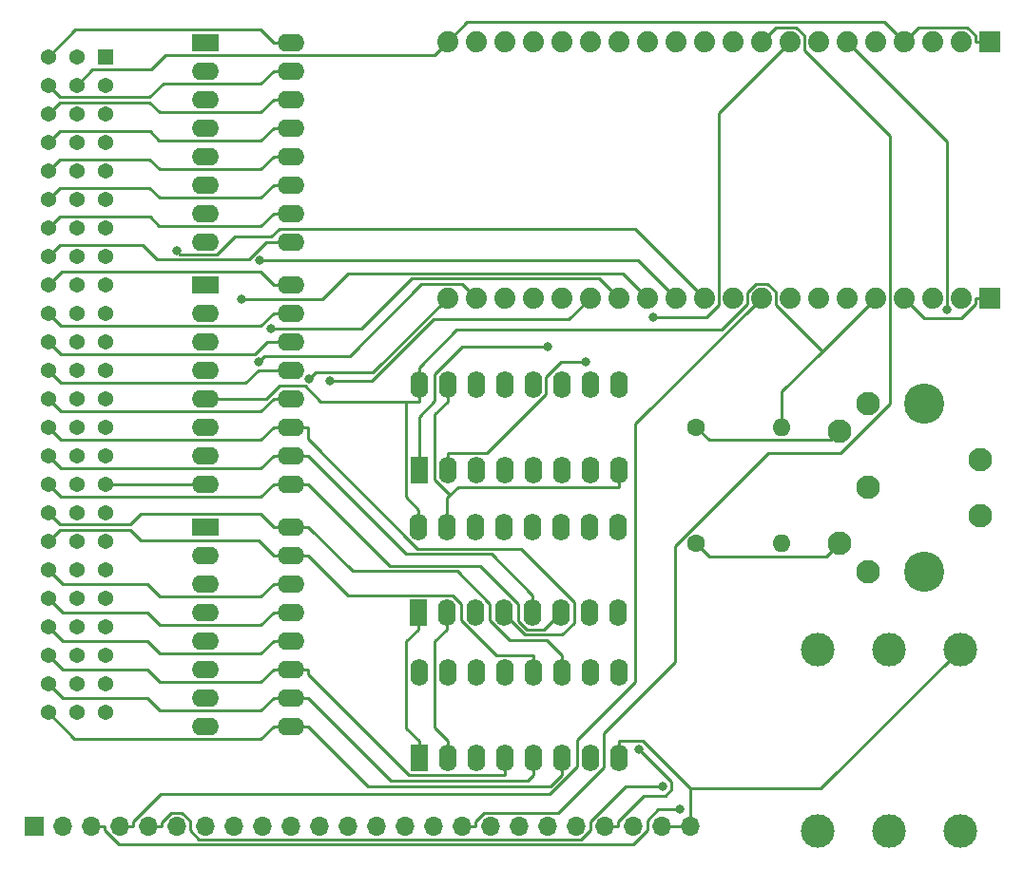
<source format=gbr>
%TF.GenerationSoftware,KiCad,Pcbnew,(6.0.10-0)*%
%TF.CreationDate,2023-11-17T22:41:49+01:00*%
%TF.ProjectId,JazzHands-v0.2,4a617a7a-4861-46e6-9473-2d76302e322e,rev?*%
%TF.SameCoordinates,Original*%
%TF.FileFunction,Copper,L1,Top*%
%TF.FilePolarity,Positive*%
%FSLAX46Y46*%
G04 Gerber Fmt 4.6, Leading zero omitted, Abs format (unit mm)*
G04 Created by KiCad (PCBNEW (6.0.10-0)) date 2023-11-17 22:41:49*
%MOMM*%
%LPD*%
G01*
G04 APERTURE LIST*
%TA.AperFunction,ComponentPad*%
%ADD10R,1.370000X1.370000*%
%TD*%
%TA.AperFunction,ComponentPad*%
%ADD11C,1.370000*%
%TD*%
%TA.AperFunction,ComponentPad*%
%ADD12R,2.400000X1.600000*%
%TD*%
%TA.AperFunction,ComponentPad*%
%ADD13O,2.400000X1.600000*%
%TD*%
%TA.AperFunction,ComponentPad*%
%ADD14C,1.600000*%
%TD*%
%TA.AperFunction,ComponentPad*%
%ADD15O,1.600000X1.600000*%
%TD*%
%TA.AperFunction,ComponentPad*%
%ADD16C,3.000000*%
%TD*%
%TA.AperFunction,ComponentPad*%
%ADD17R,1.600000X2.400000*%
%TD*%
%TA.AperFunction,ComponentPad*%
%ADD18O,1.600000X2.400000*%
%TD*%
%TA.AperFunction,ComponentPad*%
%ADD19C,2.100000*%
%TD*%
%TA.AperFunction,ComponentPad*%
%ADD20C,3.585000*%
%TD*%
%TA.AperFunction,ComponentPad*%
%ADD21R,1.879600X1.879600*%
%TD*%
%TA.AperFunction,ComponentPad*%
%ADD22C,1.879600*%
%TD*%
%TA.AperFunction,ComponentPad*%
%ADD23R,1.700000X1.700000*%
%TD*%
%TA.AperFunction,ComponentPad*%
%ADD24O,1.700000X1.700000*%
%TD*%
%TA.AperFunction,ViaPad*%
%ADD25C,0.800000*%
%TD*%
%TA.AperFunction,Conductor*%
%ADD26C,0.250000*%
%TD*%
G04 APERTURE END LIST*
D10*
%TO.P,J1,01,01*%
%TO.N,Net-(B1-Pad5)*%
X148580000Y-53370000D03*
D11*
%TO.P,J1,02,02*%
%TO.N,Earth*%
X146040000Y-53370000D03*
%TO.P,J1,03,03*%
%TO.N,Net-(J1-Pad03)*%
X143500000Y-53370000D03*
%TO.P,J1,04,04*%
%TO.N,Net-(B1-Pad5)*%
X148580000Y-55910000D03*
%TO.P,J1,05,05*%
%TO.N,Earth*%
X146040000Y-55910000D03*
%TO.P,J1,06,06*%
%TO.N,Net-(J1-Pad06)*%
X143500000Y-55910000D03*
%TO.P,J1,07,07*%
%TO.N,Net-(B1-Pad5)*%
X148580000Y-58450000D03*
%TO.P,J1,08,08*%
%TO.N,Earth*%
X146040000Y-58450000D03*
%TO.P,J1,09,09*%
%TO.N,Net-(J1-Pad09)*%
X143500000Y-58450000D03*
%TO.P,J1,10,10*%
%TO.N,Net-(B1-Pad5)*%
X148580000Y-60990000D03*
%TO.P,J1,11,11*%
%TO.N,Earth*%
X146040000Y-60990000D03*
%TO.P,J1,12,12*%
%TO.N,Net-(J1-Pad12)*%
X143500000Y-60990000D03*
%TO.P,J1,13,13*%
%TO.N,Net-(B1-Pad5)*%
X148580000Y-63530000D03*
%TO.P,J1,14,14*%
%TO.N,Earth*%
X146040000Y-63530000D03*
%TO.P,J1,15,15*%
%TO.N,Net-(J1-Pad15)*%
X143500000Y-63530000D03*
%TO.P,J1,16,16*%
%TO.N,Net-(B1-Pad5)*%
X148580000Y-66070000D03*
%TO.P,J1,17,17*%
%TO.N,Earth*%
X146040000Y-66070000D03*
%TO.P,J1,18,18*%
%TO.N,Net-(J1-Pad18)*%
X143500000Y-66070000D03*
%TO.P,J1,19,19*%
%TO.N,Net-(B1-Pad5)*%
X148580000Y-68610000D03*
%TO.P,J1,20,20*%
%TO.N,Earth*%
X146040000Y-68610000D03*
%TO.P,J1,21,21*%
%TO.N,Net-(J1-Pad21)*%
X143500000Y-68610000D03*
%TO.P,J1,22,22*%
%TO.N,Net-(B1-Pad5)*%
X148580000Y-71150000D03*
%TO.P,J1,23,23*%
%TO.N,Earth*%
X146040000Y-71150000D03*
%TO.P,J1,24,24*%
%TO.N,Net-(J1-Pad24)*%
X143500000Y-71150000D03*
%TO.P,J1,25,25*%
%TO.N,Net-(B1-Pad5)*%
X148580000Y-73690000D03*
%TO.P,J1,26,26*%
%TO.N,Earth*%
X146040000Y-73690000D03*
%TO.P,J1,27,27*%
%TO.N,Net-(J1-Pad27)*%
X143500000Y-73690000D03*
%TO.P,J1,28,28*%
%TO.N,Net-(B1-Pad5)*%
X148580000Y-76230000D03*
%TO.P,J1,29,29*%
%TO.N,Earth*%
X146040000Y-76230000D03*
%TO.P,J1,30,30*%
%TO.N,Net-(J1-Pad30)*%
X143500000Y-76230000D03*
%TO.P,J1,31,31*%
%TO.N,Net-(B1-Pad5)*%
X148580000Y-78770000D03*
%TO.P,J1,32,32*%
%TO.N,Earth*%
X146040000Y-78770000D03*
%TO.P,J1,33,33*%
%TO.N,Net-(J1-Pad33)*%
X143500000Y-78770000D03*
%TO.P,J1,34,34*%
%TO.N,Net-(B1-Pad5)*%
X148580000Y-81310000D03*
%TO.P,J1,35,35*%
%TO.N,Earth*%
X146040000Y-81310000D03*
%TO.P,J1,36,36*%
%TO.N,Net-(J1-Pad36)*%
X143500000Y-81310000D03*
%TO.P,J1,37,37*%
%TO.N,Net-(B1-Pad5)*%
X148580000Y-83850000D03*
%TO.P,J1,38,38*%
%TO.N,Earth*%
X146040000Y-83850000D03*
%TO.P,J1,39,39*%
%TO.N,Net-(J1-Pad39)*%
X143500000Y-83850000D03*
%TO.P,J1,40,40*%
%TO.N,Net-(B1-Pad5)*%
X148580000Y-86390000D03*
%TO.P,J1,41,41*%
%TO.N,Earth*%
X146040000Y-86390000D03*
%TO.P,J1,42,42*%
%TO.N,Net-(J1-Pad42)*%
X143500000Y-86390000D03*
%TO.P,J1,43,43*%
%TO.N,Net-(B1-Pad5)*%
X148580000Y-88930000D03*
%TO.P,J1,44,44*%
%TO.N,Earth*%
X146040000Y-88930000D03*
%TO.P,J1,45,45*%
%TO.N,Net-(J1-Pad45)*%
X143500000Y-88930000D03*
%TO.P,J1,46,46*%
%TO.N,Net-(B1-Pad5)*%
X148580000Y-91470000D03*
%TO.P,J1,47,47*%
%TO.N,Earth*%
X146040000Y-91470000D03*
%TO.P,J1,48,48*%
%TO.N,Net-(J1-Pad48)*%
X143500000Y-91470000D03*
%TO.P,J1,49,49*%
%TO.N,Net-(B1-Pad5)*%
X148580000Y-94010000D03*
%TO.P,J1,50,50*%
%TO.N,Earth*%
X146040000Y-94010000D03*
%TO.P,J1,51,51*%
%TO.N,Net-(J1-Pad51)*%
X143500000Y-94010000D03*
%TO.P,J1,52,52*%
%TO.N,Net-(B1-Pad5)*%
X148580000Y-96550000D03*
%TO.P,J1,53,53*%
%TO.N,Earth*%
X146040000Y-96550000D03*
%TO.P,J1,54,54*%
%TO.N,Net-(J1-Pad54)*%
X143500000Y-96550000D03*
%TO.P,J1,55,55*%
%TO.N,Net-(B1-Pad5)*%
X148580000Y-99090000D03*
%TO.P,J1,56,56*%
%TO.N,Earth*%
X146040000Y-99090000D03*
%TO.P,J1,57,57*%
%TO.N,Net-(J1-Pad57)*%
X143500000Y-99090000D03*
%TO.P,J1,58,58*%
%TO.N,Net-(B1-Pad5)*%
X148580000Y-101630000D03*
%TO.P,J1,59,59*%
%TO.N,Earth*%
X146040000Y-101630000D03*
%TO.P,J1,60,60*%
%TO.N,Net-(J1-Pad60)*%
X143500000Y-101630000D03*
%TO.P,J1,61,61*%
%TO.N,Net-(B1-Pad5)*%
X148580000Y-104170000D03*
%TO.P,J1,62,62*%
%TO.N,Earth*%
X146040000Y-104170000D03*
%TO.P,J1,63,63*%
%TO.N,Net-(J1-Pad63)*%
X143500000Y-104170000D03*
%TO.P,J1,64,64*%
%TO.N,Net-(B1-Pad5)*%
X148580000Y-106710000D03*
%TO.P,J1,65,65*%
%TO.N,Earth*%
X146040000Y-106710000D03*
%TO.P,J1,66,66*%
%TO.N,Net-(J1-Pad66)*%
X143500000Y-106710000D03*
%TO.P,J1,67,67*%
%TO.N,Net-(B1-Pad5)*%
X148580000Y-109250000D03*
%TO.P,J1,68,68*%
%TO.N,Earth*%
X146040000Y-109250000D03*
%TO.P,J1,69,69*%
%TO.N,Net-(J1-Pad69)*%
X143500000Y-109250000D03*
%TO.P,J1,70,70*%
%TO.N,Net-(B1-Pad5)*%
X148580000Y-111790000D03*
%TO.P,J1,71,71*%
%TO.N,Earth*%
X146040000Y-111790000D03*
%TO.P,J1,72,72*%
%TO.N,Net-(J1-Pad72)*%
X143500000Y-111790000D03*
%TD*%
D12*
%TO.P,R1-8,1,Pin_1*%
%TO.N,Net-(B1-Pad5)*%
X157480000Y-52060000D03*
D13*
%TO.P,R1-8,2,Pin_2*%
X157480000Y-54600000D03*
%TO.P,R1-8,3,Pin_3*%
X157480000Y-57140000D03*
%TO.P,R1-8,4,Pin_4*%
X157480000Y-59680000D03*
%TO.P,R1-8,5,Pin_5*%
X157480000Y-62220000D03*
%TO.P,R1-8,6,Pin_6*%
X157480000Y-64760000D03*
%TO.P,R1-8,7,Pin_7*%
X157480000Y-67300000D03*
%TO.P,R1-8,8,Pin_8*%
X157480000Y-69840000D03*
%TO.P,R1-8,9,Pin_9*%
%TO.N,Net-(J1-Pad24)*%
X165100000Y-69840000D03*
%TO.P,R1-8,10,Pin_10*%
%TO.N,Net-(J1-Pad21)*%
X165100000Y-67300000D03*
%TO.P,R1-8,11,Pin_11*%
%TO.N,Net-(J1-Pad18)*%
X165100000Y-64760000D03*
%TO.P,R1-8,12,Pin_12*%
%TO.N,Net-(J1-Pad15)*%
X165100000Y-62220000D03*
%TO.P,R1-8,13,Pin_13*%
%TO.N,Net-(J1-Pad12)*%
X165100000Y-59680000D03*
%TO.P,R1-8,14,Pin_14*%
%TO.N,Net-(J1-Pad09)*%
X165100000Y-57140000D03*
%TO.P,R1-8,15,Pin_15*%
%TO.N,Net-(J1-Pad06)*%
X165100000Y-54600000D03*
%TO.P,R1-8,16,Pin_16*%
%TO.N,Net-(J1-Pad03)*%
X165100000Y-52060000D03*
%TD*%
D14*
%TO.P,R2,1*%
%TO.N,Net-(MIDI1-Pad5)*%
X201220000Y-96760000D03*
D15*
%TO.P,R2,2*%
%TO.N,Net-(B1-Pad34)*%
X208840000Y-96760000D03*
%TD*%
D14*
%TO.P,R1,1*%
%TO.N,Net-(MIDI1-Pad4)*%
X201220000Y-86360000D03*
D15*
%TO.P,R1,2*%
%TO.N,Net-(B1-Pad5)*%
X208840000Y-86360000D03*
%TD*%
D16*
%TO.P,PEDAL1,R*%
%TO.N,Net-(B1-Pad5)*%
X218355000Y-106185000D03*
%TO.P,PEDAL1,RN*%
%TO.N,N/C*%
X218355000Y-122415000D03*
%TO.P,PEDAL1,S*%
%TO.N,Earth*%
X224705000Y-106185000D03*
%TO.P,PEDAL1,SN*%
%TO.N,N/C*%
X224705000Y-122415000D03*
%TO.P,PEDAL1,T*%
%TO.N,Net-(PEDAL1-PadT)*%
X212005000Y-106185000D03*
%TO.P,PEDAL1,TN*%
%TO.N,N/C*%
X212005000Y-122415000D03*
%TD*%
D17*
%TO.P,SHIFT2,1,Pin_1*%
%TO.N,Net-(B1-Pad22)*%
X176480000Y-102860000D03*
D18*
%TO.P,SHIFT2,2,Pin_2*%
%TO.N,Net-(B1-Pad26)*%
X179020000Y-102860000D03*
%TO.P,SHIFT2,3,Pin_3*%
%TO.N,Net-(J1-Pad39)*%
X181560000Y-102860000D03*
%TO.P,SHIFT2,4,Pin_4*%
%TO.N,Net-(J1-Pad42)*%
X184100000Y-102860000D03*
%TO.P,SHIFT2,5,Pin_5*%
%TO.N,Net-(J1-Pad45)*%
X186640000Y-102860000D03*
%TO.P,SHIFT2,6,Pin_6*%
%TO.N,Net-(J1-Pad48)*%
X189180000Y-102860000D03*
%TO.P,SHIFT2,7,Pin_7*%
%TO.N,unconnected-(SHIFT2-Pad7)*%
X191720000Y-102860000D03*
%TO.P,SHIFT2,8,Pin_8*%
%TO.N,Earth*%
X194260000Y-102860000D03*
%TO.P,SHIFT2,9,Pin_9*%
%TO.N,Net-(SHIFT1-Pad10)*%
X194260000Y-95240000D03*
%TO.P,SHIFT2,10,Pin_10*%
%TO.N,Net-(SHIFT2-Pad10)*%
X191720000Y-95240000D03*
%TO.P,SHIFT2,11,Pin_11*%
%TO.N,Net-(J1-Pad27)*%
X189180000Y-95240000D03*
%TO.P,SHIFT2,12,Pin_12*%
%TO.N,Net-(J1-Pad30)*%
X186640000Y-95240000D03*
%TO.P,SHIFT2,13,Pin_13*%
%TO.N,Net-(J1-Pad33)*%
X184100000Y-95240000D03*
%TO.P,SHIFT2,14,Pin_14*%
%TO.N,Net-(J1-Pad36)*%
X181560000Y-95240000D03*
%TO.P,SHIFT2,15,Pin_15*%
%TO.N,Earth*%
X179020000Y-95240000D03*
%TO.P,SHIFT2,16,Pin_16*%
%TO.N,Net-(B1-Pad5)*%
X176480000Y-95240000D03*
%TD*%
D19*
%TO.P,MIDI1,1,1*%
%TO.N,unconnected-(MIDI1-Pad1)*%
X216500000Y-84237500D03*
%TO.P,MIDI1,2,2*%
%TO.N,unconnected-(MIDI1-Pad2)*%
X216500000Y-91742500D03*
%TO.P,MIDI1,3,3*%
%TO.N,unconnected-(MIDI1-Pad3)*%
X216500000Y-99247500D03*
%TO.P,MIDI1,4,4*%
%TO.N,Net-(MIDI1-Pad4)*%
X214010000Y-86737500D03*
%TO.P,MIDI1,5,5*%
%TO.N,Net-(MIDI1-Pad5)*%
X214010000Y-96747500D03*
%TO.P,MIDI1,6,GND_1*%
%TO.N,Earth*%
X226510000Y-89242500D03*
%TO.P,MIDI1,7,GND_2*%
X226510000Y-94242500D03*
D20*
%TO.P,MIDI1,MH1,MH1*%
%TO.N,unconnected-(MIDI1-PadMH1)*%
X221510000Y-84237500D03*
%TO.P,MIDI1,MH2,MH2*%
%TO.N,unconnected-(MIDI1-PadMH2)*%
X221510000Y-99247500D03*
%TD*%
D17*
%TO.P,SHIFT3,1,Pin_1*%
%TO.N,Net-(B1-Pad22)*%
X176520000Y-90160000D03*
D18*
%TO.P,SHIFT3,2,Pin_2*%
%TO.N,Net-(B1-Pad26)*%
X179060000Y-90160000D03*
%TO.P,SHIFT3,3,Pin_3*%
%TO.N,Net-(J1-Pad15)*%
X181600000Y-90160000D03*
%TO.P,SHIFT3,4,Pin_4*%
%TO.N,Net-(J1-Pad18)*%
X184140000Y-90160000D03*
%TO.P,SHIFT3,5,Pin_5*%
%TO.N,Net-(J1-Pad21)*%
X186680000Y-90160000D03*
%TO.P,SHIFT3,6,Pin_6*%
%TO.N,Net-(J1-Pad24)*%
X189220000Y-90160000D03*
%TO.P,SHIFT3,7,Pin_7*%
%TO.N,unconnected-(SHIFT3-Pad7)*%
X191760000Y-90160000D03*
%TO.P,SHIFT3,8,Pin_8*%
%TO.N,Earth*%
X194300000Y-90160000D03*
%TO.P,SHIFT3,9,Pin_9*%
%TO.N,Net-(SHIFT2-Pad10)*%
X194300000Y-82540000D03*
%TO.P,SHIFT3,10,Pin_10*%
%TO.N,unconnected-(SHIFT3-Pad10)*%
X191760000Y-82540000D03*
%TO.P,SHIFT3,11,Pin_11*%
%TO.N,Net-(J1-Pad03)*%
X189220000Y-82540000D03*
%TO.P,SHIFT3,12,Pin_12*%
%TO.N,Net-(J1-Pad06)*%
X186680000Y-82540000D03*
%TO.P,SHIFT3,13,Pin_13*%
%TO.N,Net-(J1-Pad09)*%
X184140000Y-82540000D03*
%TO.P,SHIFT3,14,Pin_14*%
%TO.N,Net-(J1-Pad12)*%
X181600000Y-82540000D03*
%TO.P,SHIFT3,15,Pin_15*%
%TO.N,Earth*%
X179060000Y-82540000D03*
%TO.P,SHIFT3,16,Pin_16*%
%TO.N,Net-(B1-Pad5)*%
X176520000Y-82540000D03*
%TD*%
D12*
%TO.P,R17-24,1,Pin_1*%
%TO.N,Net-(B1-Pad5)*%
X157480000Y-95240000D03*
D13*
%TO.P,R17-24,2,Pin_2*%
X157480000Y-97780000D03*
%TO.P,R17-24,3,Pin_3*%
X157480000Y-100320000D03*
%TO.P,R17-24,4,Pin_4*%
X157480000Y-102860000D03*
%TO.P,R17-24,5,Pin_5*%
X157480000Y-105400000D03*
%TO.P,R17-24,6,Pin_6*%
X157480000Y-107940000D03*
%TO.P,R17-24,7,Pin_7*%
X157480000Y-110480000D03*
%TO.P,R17-24,8,Pin_8*%
X157480000Y-113020000D03*
%TO.P,R17-24,9,Pin_9*%
%TO.N,Net-(J1-Pad72)*%
X165100000Y-113020000D03*
%TO.P,R17-24,10,Pin_10*%
%TO.N,Net-(J1-Pad69)*%
X165100000Y-110480000D03*
%TO.P,R17-24,11,Pin_11*%
%TO.N,Net-(J1-Pad66)*%
X165100000Y-107940000D03*
%TO.P,R17-24,12,Pin_12*%
%TO.N,Net-(J1-Pad63)*%
X165100000Y-105400000D03*
%TO.P,R17-24,13,Pin_13*%
%TO.N,Net-(J1-Pad60)*%
X165100000Y-102860000D03*
%TO.P,R17-24,14,Pin_14*%
%TO.N,Net-(J1-Pad57)*%
X165100000Y-100320000D03*
%TO.P,R17-24,15,Pin_15*%
%TO.N,Net-(J1-Pad54)*%
X165100000Y-97780000D03*
%TO.P,R17-24,16,Pin_16*%
%TO.N,Net-(J1-Pad51)*%
X165100000Y-95240000D03*
%TD*%
D17*
%TO.P,SHIFT1,1,Pin_1*%
%TO.N,Net-(B1-Pad22)*%
X176520000Y-115840000D03*
D18*
%TO.P,SHIFT1,2,Pin_2*%
%TO.N,Net-(B1-Pad26)*%
X179060000Y-115840000D03*
%TO.P,SHIFT1,3,Pin_3*%
%TO.N,Net-(J1-Pad63)*%
X181600000Y-115840000D03*
%TO.P,SHIFT1,4,Pin_4*%
%TO.N,Net-(J1-Pad66)*%
X184140000Y-115840000D03*
%TO.P,SHIFT1,5,Pin_5*%
%TO.N,Net-(J1-Pad69)*%
X186680000Y-115840000D03*
%TO.P,SHIFT1,6,Pin_6*%
%TO.N,Net-(J1-Pad72)*%
X189220000Y-115840000D03*
%TO.P,SHIFT1,7,Pin_7*%
%TO.N,unconnected-(SHIFT1-Pad7)*%
X191760000Y-115840000D03*
%TO.P,SHIFT1,8,Pin_8*%
%TO.N,Earth*%
X194300000Y-115840000D03*
%TO.P,SHIFT1,9,Pin_9*%
%TO.N,Net-(B1-Pad25)*%
X194300000Y-108220000D03*
%TO.P,SHIFT1,10,Pin_10*%
%TO.N,Net-(SHIFT1-Pad10)*%
X191760000Y-108220000D03*
%TO.P,SHIFT1,11,Pin_11*%
%TO.N,Net-(J1-Pad51)*%
X189220000Y-108220000D03*
%TO.P,SHIFT1,12,Pin_12*%
%TO.N,Net-(J1-Pad54)*%
X186680000Y-108220000D03*
%TO.P,SHIFT1,13,Pin_13*%
%TO.N,Net-(J1-Pad57)*%
X184140000Y-108220000D03*
%TO.P,SHIFT1,14,Pin_14*%
%TO.N,Net-(J1-Pad60)*%
X181600000Y-108220000D03*
%TO.P,SHIFT1,15,Pin_15*%
%TO.N,Earth*%
X179060000Y-108220000D03*
%TO.P,SHIFT1,16,Pin_16*%
%TO.N,Net-(B1-Pad5)*%
X176520000Y-108220000D03*
%TD*%
D21*
%TO.P,B1,1,GND*%
%TO.N,Earth*%
X227330000Y-74855800D03*
D22*
%TO.P,B1,2,VUSB*%
%TO.N,unconnected-(B1-Pad2)*%
X224790000Y-74855800D03*
%TO.P,B1,3,VBAT*%
%TO.N,unconnected-(B1-Pad3)*%
X222250000Y-74855800D03*
%TO.P,B1,4,GND*%
%TO.N,Earth*%
X219710000Y-74855800D03*
%TO.P,B1,5,3V3*%
%TO.N,Net-(B1-Pad5)*%
X217170000Y-74855800D03*
%TO.P,B1,6,~{RST}*%
%TO.N,unconnected-(B1-Pad6)*%
X214630000Y-74855800D03*
%TO.P,B1,7,13*%
%TO.N,Net-(PEDAL1-PadT)*%
X212090000Y-74855800D03*
%TO.P,B1,8,12*%
%TO.N,Net-(B1-Pad8)*%
X209550000Y-74855800D03*
%TO.P,B1,9,14*%
%TO.N,Net-(B1-Pad9)*%
X207010000Y-74855800D03*
%TO.P,B1,10,27*%
%TO.N,Net-(B1-Pad10)*%
X204470000Y-74855800D03*
%TO.P,B1,11,26*%
%TO.N,Net-(B1-Pad11)*%
X201930000Y-74855800D03*
%TO.P,B1,12,25*%
%TO.N,Net-(B1-Pad12)*%
X199390000Y-74855800D03*
%TO.P,B1,13,35*%
%TO.N,Net-(B1-Pad13)*%
X196850000Y-74855800D03*
%TO.P,B1,14,34*%
%TO.N,Net-(B1-Pad14)*%
X194310000Y-74855800D03*
%TO.P,B1,15,33*%
%TO.N,Net-(B1-Pad15)*%
X191770000Y-74855800D03*
%TO.P,B1,16,32*%
%TO.N,Net-(B1-Pad16)*%
X189230000Y-74855800D03*
%TO.P,B1,17,39*%
%TO.N,Net-(B1-Pad17)*%
X186690000Y-74855800D03*
%TO.P,B1,18,38*%
%TO.N,unconnected-(B1-Pad18)*%
X184150000Y-74855800D03*
%TO.P,B1,19,37*%
%TO.N,Net-(B1-Pad19)*%
X181610000Y-74855800D03*
%TO.P,B1,20,36*%
%TO.N,Net-(B1-Pad20)*%
X179070000Y-74855800D03*
%TO.P,B1,21,GND*%
%TO.N,Earth*%
X179070000Y-51995800D03*
%TO.P,B1,22,21*%
%TO.N,Net-(B1-Pad22)*%
X181610000Y-51995800D03*
%TO.P,B1,23,TX*%
%TO.N,unconnected-(B1-Pad23)*%
X184150000Y-51995800D03*
%TO.P,B1,24,RX*%
%TO.N,unconnected-(B1-Pad24)*%
X186690000Y-51995800D03*
%TO.P,B1,25,22*%
%TO.N,Net-(B1-Pad25)*%
X189230000Y-51995800D03*
%TO.P,B1,26,19*%
%TO.N,Net-(B1-Pad26)*%
X191770000Y-51995800D03*
%TO.P,B1,27,23*%
%TO.N,Net-(B1-Pad27)*%
X194310000Y-51995800D03*
%TO.P,B1,28,18*%
%TO.N,Net-(B1-Pad28)*%
X196850000Y-51995800D03*
%TO.P,B1,29,5*%
%TO.N,Net-(B1-Pad29)*%
X199390000Y-51995800D03*
%TO.P,B1,30,15*%
%TO.N,Net-(B1-Pad30)*%
X201930000Y-51995800D03*
%TO.P,B1,31,2*%
%TO.N,Net-(B1-Pad31)*%
X204470000Y-51995800D03*
%TO.P,B1,32,0*%
%TO.N,Net-(B1-Pad32)*%
X207010000Y-51995800D03*
%TO.P,B1,33,4*%
%TO.N,Net-(B1-Pad33)*%
X209550000Y-51995800D03*
%TO.P,B1,34,17*%
%TO.N,Net-(B1-Pad34)*%
X212090000Y-51995800D03*
%TO.P,B1,35,16*%
%TO.N,Net-(B1-Pad35)*%
X214630000Y-51995800D03*
%TO.P,B1,36,3V3*%
%TO.N,Net-(B1-Pad36)*%
X217170000Y-51995800D03*
%TO.P,B1,37,GND*%
%TO.N,Earth*%
X219710000Y-51995800D03*
%TO.P,B1,38,VBAT*%
%TO.N,unconnected-(B1-Pad38)*%
X222250000Y-51995800D03*
%TO.P,B1,39,VUSB*%
%TO.N,unconnected-(B1-Pad39)*%
X224790000Y-51995800D03*
D21*
%TO.P,B1,40,GND*%
%TO.N,Earth*%
X227330000Y-51995800D03*
%TD*%
D23*
%TO.P,BREAKOUT1,1,Pin_1*%
%TO.N,Net-(B1-Pad5)*%
X142240000Y-121920000D03*
D24*
%TO.P,BREAKOUT1,2,Pin_2*%
%TO.N,Net-(B1-Pad17)*%
X144780000Y-121920000D03*
%TO.P,BREAKOUT1,3,Pin_3*%
%TO.N,Net-(B1-Pad8)*%
X147320000Y-121920000D03*
%TO.P,BREAKOUT1,4,Pin_4*%
%TO.N,Net-(B1-Pad9)*%
X149860000Y-121920000D03*
%TO.P,BREAKOUT1,5,Pin_5*%
%TO.N,Net-(B1-Pad10)*%
X152400000Y-121920000D03*
%TO.P,BREAKOUT1,6,Pin_6*%
%TO.N,Net-(B1-Pad11)*%
X154940000Y-121920000D03*
%TO.P,BREAKOUT1,7,Pin_7*%
%TO.N,Net-(B1-Pad12)*%
X157480000Y-121920000D03*
%TO.P,BREAKOUT1,8,Pin_8*%
%TO.N,Net-(B1-Pad13)*%
X160020000Y-121920000D03*
%TO.P,BREAKOUT1,9,Pin_9*%
%TO.N,Net-(B1-Pad14)*%
X162560000Y-121920000D03*
%TO.P,BREAKOUT1,10,Pin_10*%
%TO.N,Net-(B1-Pad15)*%
X165100000Y-121920000D03*
%TO.P,BREAKOUT1,11,Pin_11*%
%TO.N,Net-(B1-Pad16)*%
X167640000Y-121920000D03*
%TO.P,BREAKOUT1,12,Pin_12*%
%TO.N,Net-(B1-Pad19)*%
X170180000Y-121920000D03*
%TO.P,BREAKOUT1,13,Pin_13*%
%TO.N,Net-(B1-Pad20)*%
X172720000Y-121920000D03*
%TO.P,BREAKOUT1,14,Pin_14*%
%TO.N,Net-(B1-Pad35)*%
X175260000Y-121920000D03*
%TO.P,BREAKOUT1,15,Pin_15*%
%TO.N,Net-(B1-Pad33)*%
X177800000Y-121920000D03*
%TO.P,BREAKOUT1,16,Pin_16*%
%TO.N,Net-(B1-Pad32)*%
X180340000Y-121920000D03*
%TO.P,BREAKOUT1,17,Pin_17*%
%TO.N,Net-(B1-Pad31)*%
X182880000Y-121920000D03*
%TO.P,BREAKOUT1,18,Pin_18*%
%TO.N,Net-(B1-Pad30)*%
X185420000Y-121920000D03*
%TO.P,BREAKOUT1,19,Pin_19*%
%TO.N,Net-(B1-Pad29)*%
X187960000Y-121920000D03*
%TO.P,BREAKOUT1,20,Pin_20*%
%TO.N,Net-(B1-Pad28)*%
X190500000Y-121920000D03*
%TO.P,BREAKOUT1,21,Pin_21*%
%TO.N,Net-(B1-Pad27)*%
X193040000Y-121920000D03*
%TO.P,BREAKOUT1,22,Pin_22*%
%TO.N,Net-(B1-Pad36)*%
X195580000Y-121920000D03*
%TO.P,BREAKOUT1,23,Pin_23*%
%TO.N,Earth*%
X198120000Y-121920000D03*
%TO.P,BREAKOUT1,24,Pin_24*%
X200660000Y-121920000D03*
%TD*%
D12*
%TO.P,R9-16,1,Pin_1*%
%TO.N,Net-(B1-Pad5)*%
X157480000Y-73660000D03*
D13*
%TO.P,R9-16,2,Pin_2*%
X157480000Y-76200000D03*
%TO.P,R9-16,3,Pin_3*%
X157480000Y-78740000D03*
%TO.P,R9-16,4,Pin_4*%
X157480000Y-81280000D03*
%TO.P,R9-16,5,Pin_5*%
X157480000Y-83820000D03*
%TO.P,R9-16,6,Pin_6*%
X157480000Y-86360000D03*
%TO.P,R9-16,7,Pin_7*%
X157480000Y-88900000D03*
%TO.P,R9-16,8,Pin_8*%
X157480000Y-91440000D03*
%TO.P,R9-16,9,Pin_9*%
%TO.N,Net-(J1-Pad48)*%
X165100000Y-91440000D03*
%TO.P,R9-16,10,Pin_10*%
%TO.N,Net-(J1-Pad45)*%
X165100000Y-88900000D03*
%TO.P,R9-16,11,Pin_11*%
%TO.N,Net-(J1-Pad42)*%
X165100000Y-86360000D03*
%TO.P,R9-16,12,Pin_12*%
%TO.N,Net-(J1-Pad39)*%
X165100000Y-83820000D03*
%TO.P,R9-16,13,Pin_13*%
%TO.N,Net-(J1-Pad36)*%
X165100000Y-81280000D03*
%TO.P,R9-16,14,Pin_14*%
%TO.N,Net-(J1-Pad33)*%
X165100000Y-78740000D03*
%TO.P,R9-16,15,Pin_15*%
%TO.N,Net-(J1-Pad30)*%
X165100000Y-76200000D03*
%TO.P,R9-16,16,Pin_16*%
%TO.N,Net-(J1-Pad27)*%
X165100000Y-73660000D03*
%TD*%
D25*
%TO.N,Net-(B1-Pad8)*%
X199755800Y-120443900D03*
%TO.N,Net-(B1-Pad10)*%
X198242100Y-118356800D03*
%TO.N,Net-(B1-Pad11)*%
X154940000Y-70669500D03*
%TO.N,Net-(B1-Pad12)*%
X162349900Y-71471800D03*
%TO.N,Net-(B1-Pad13)*%
X160693100Y-74930000D03*
%TO.N,Net-(B1-Pad14)*%
X163362500Y-77564900D03*
%TO.N,Net-(B1-Pad15)*%
X168632000Y-82222800D03*
%TO.N,Net-(B1-Pad19)*%
X162264500Y-80528700D03*
%TO.N,Net-(B1-Pad20)*%
X166759300Y-82043600D03*
%TO.N,Net-(B1-Pad27)*%
X196105700Y-115062800D03*
%TO.N,Net-(B1-Pad33)*%
X197359700Y-76558000D03*
%TO.N,Net-(B1-Pad22)*%
X187959900Y-79226300D03*
%TO.N,Net-(B1-Pad35)*%
X223520100Y-75892300D03*
%TO.N,Net-(B1-Pad26)*%
X191353000Y-80538000D03*
%TD*%
D26*
%TO.N,Earth*%
X153976600Y-53185200D02*
X152681100Y-54480700D01*
X177903100Y-85222000D02*
X179060000Y-84065100D01*
X227330000Y-51995800D02*
X226065100Y-51995800D01*
X225353700Y-50730900D02*
X226065100Y-51442300D01*
X221471600Y-76617400D02*
X224857000Y-76617400D01*
X200701000Y-118563500D02*
X212326500Y-118563500D01*
X179060000Y-82540000D02*
X179060000Y-84065100D01*
X219710000Y-51995800D02*
X220974900Y-50730900D01*
X179020000Y-92680000D02*
X179020000Y-93714900D01*
X177880600Y-53185200D02*
X153976600Y-53185200D01*
X194300000Y-91685100D02*
X180014900Y-91685100D01*
X200701000Y-120703900D02*
X200701000Y-118563500D01*
X179020000Y-95240000D02*
X179020000Y-93714900D01*
X179268700Y-92431300D02*
X177903100Y-91065700D01*
X177903100Y-91065700D02*
X177903100Y-85222000D01*
X180014900Y-91685100D02*
X179268700Y-92431300D01*
X224857000Y-76617400D02*
X226065100Y-75409300D01*
X194300000Y-90160000D02*
X194300000Y-91685100D01*
X226065100Y-51442300D02*
X226065100Y-51995800D01*
X196452400Y-114314900D02*
X194300000Y-114314900D01*
X180802100Y-50263700D02*
X179070000Y-51995800D01*
X226065100Y-75409300D02*
X226065100Y-74855800D01*
X179268700Y-92431300D02*
X179020000Y-92680000D01*
X152681100Y-54480700D02*
X147469300Y-54480700D01*
X200660000Y-120744900D02*
X200701000Y-120703900D01*
X219710000Y-51995800D02*
X217977900Y-50263700D01*
X200701000Y-118563500D02*
X196452400Y-114314900D01*
X147469300Y-54480700D02*
X146040000Y-55910000D01*
X200660000Y-121920000D02*
X200660000Y-120744900D01*
X227330000Y-74855800D02*
X226065100Y-74855800D01*
X194300000Y-115840000D02*
X194300000Y-114314900D01*
X217977900Y-50263700D02*
X180802100Y-50263700D01*
X212326500Y-118563500D02*
X224705000Y-106185000D01*
X179070000Y-51995800D02*
X177880600Y-53185200D01*
X200660000Y-121920000D02*
X198120000Y-121920000D01*
X219710000Y-74855800D02*
X221471600Y-76617400D01*
X220974900Y-50730900D02*
X225353700Y-50730900D01*
%TO.N,Net-(B1-Pad5)*%
X203455500Y-77701500D02*
X179833400Y-77701500D01*
X208280000Y-75433900D02*
X208280000Y-74297300D01*
X205740000Y-75417000D02*
X203455500Y-77701500D01*
X176520000Y-82635700D02*
X176520000Y-82540000D01*
X164075000Y-82683200D02*
X166373500Y-82683200D01*
X208280000Y-74297300D02*
X207564100Y-73581400D01*
X167755400Y-84065100D02*
X175370500Y-84065100D01*
X166373500Y-82683200D02*
X167755400Y-84065100D01*
X208840000Y-86360000D02*
X208840000Y-85234900D01*
X175370500Y-92605400D02*
X176480000Y-93714900D01*
X162938200Y-83820000D02*
X164075000Y-82683200D01*
X175370500Y-84065100D02*
X175370500Y-92605400D01*
X207564100Y-73581400D02*
X206493900Y-73581400D01*
X205740000Y-74335300D02*
X205740000Y-75417000D01*
X212436000Y-79589800D02*
X217170000Y-74855800D01*
X208840000Y-83185800D02*
X212436000Y-79589800D01*
X176480000Y-95240000D02*
X176480000Y-93714900D01*
X176520000Y-82635700D02*
X176520000Y-84065100D01*
X176520000Y-84065100D02*
X175370500Y-84065100D01*
X157480000Y-83820000D02*
X162938200Y-83820000D01*
X157480000Y-91440000D02*
X148610000Y-91440000D01*
X212436000Y-79589800D02*
X208280000Y-75433900D01*
X208840000Y-85234900D02*
X208840000Y-83185800D01*
X179833400Y-77701500D02*
X176520000Y-81014900D01*
X206493900Y-73581400D02*
X205740000Y-74335300D01*
X176520000Y-82540000D02*
X176520000Y-81014900D01*
X148610000Y-91440000D02*
X148580000Y-91470000D01*
%TO.N,Net-(J1-Pad03)*%
X163574900Y-52060000D02*
X162449700Y-50934800D01*
X145935200Y-50934800D02*
X143500000Y-53370000D01*
X162449700Y-50934800D02*
X145935200Y-50934800D01*
X165100000Y-52060000D02*
X163574900Y-52060000D01*
%TO.N,Net-(B1-Pad8)*%
X148495100Y-122287200D02*
X149777800Y-123569900D01*
X196850000Y-122314100D02*
X196850000Y-121442800D01*
X195594200Y-123569900D02*
X196850000Y-122314100D01*
X197848900Y-120443900D02*
X199755800Y-120443900D01*
X196850000Y-121442800D02*
X197848900Y-120443900D01*
X147320000Y-121920000D02*
X148495100Y-121920000D01*
X149777800Y-123569900D02*
X195594200Y-123569900D01*
X148495100Y-121920000D02*
X148495100Y-122287200D01*
%TO.N,Net-(B1-Pad9)*%
X190634800Y-114230100D02*
X190634800Y-116587000D01*
X195792700Y-86073100D02*
X195792700Y-109072200D01*
X207010000Y-74855800D02*
X195792700Y-86073100D01*
X151035100Y-121554400D02*
X151035100Y-121920000D01*
X195792700Y-109072200D02*
X190634800Y-114230100D01*
X190634800Y-116587000D02*
X188156100Y-119065700D01*
X188156100Y-119065700D02*
X153523800Y-119065700D01*
X153523800Y-119065700D02*
X151035100Y-121554400D01*
X149860000Y-121920000D02*
X151035100Y-121920000D01*
%TO.N,Net-(B1-Pad10)*%
X191770000Y-121526700D02*
X191770000Y-122319300D01*
X156115100Y-122322100D02*
X156115100Y-121433300D01*
X152400000Y-121920000D02*
X153575100Y-121920000D01*
X156115100Y-121433300D02*
X155426700Y-120744900D01*
X153575200Y-121623000D02*
X153575200Y-121920000D01*
X190973100Y-123116200D02*
X156909200Y-123116200D01*
X194939900Y-118356800D02*
X191770000Y-121526700D01*
X154453300Y-120744900D02*
X153575200Y-121623000D01*
X153575200Y-121920000D02*
X153575100Y-121920000D01*
X191770000Y-122319300D02*
X190973100Y-123116200D01*
X156909200Y-123116200D02*
X156115100Y-122322100D01*
X198242100Y-118356800D02*
X194939900Y-118356800D01*
X155426700Y-120744900D02*
X154453300Y-120744900D01*
%TO.N,Net-(B1-Pad11)*%
X155247100Y-70976600D02*
X154940000Y-70669500D01*
X158555000Y-70976600D02*
X155247100Y-70976600D01*
X201930000Y-74855800D02*
X195746700Y-68672500D01*
X163350200Y-69389800D02*
X160141800Y-69389800D01*
X195746700Y-68672500D02*
X164067500Y-68672500D01*
X164067500Y-68672500D02*
X163350200Y-69389800D01*
X160141800Y-69389800D02*
X158555000Y-70976600D01*
%TO.N,Net-(B1-Pad12)*%
X196006000Y-71471800D02*
X199390000Y-74855800D01*
X162349900Y-71471800D02*
X196006000Y-71471800D01*
%TO.N,Net-(B1-Pad13)*%
X167921500Y-74930000D02*
X160693100Y-74930000D01*
X196850000Y-74855800D02*
X194645600Y-72651400D01*
X194645600Y-72651400D02*
X170200100Y-72651400D01*
X170200100Y-72651400D02*
X167921500Y-74930000D01*
%TO.N,Net-(B1-Pad14)*%
X192558100Y-73103900D02*
X175875100Y-73103900D01*
X175875100Y-73103900D02*
X171414100Y-77564900D01*
X194310000Y-74855800D02*
X192558100Y-73103900D01*
X171414100Y-77564900D02*
X163362500Y-77564900D01*
%TO.N,Net-(B1-Pad15)*%
X191770000Y-74855800D02*
X189855500Y-76770300D01*
X172339700Y-82222800D02*
X168632000Y-82222800D01*
X189855500Y-76770300D02*
X177792200Y-76770300D01*
X177792200Y-76770300D02*
X172339700Y-82222800D01*
%TO.N,Net-(J1-Pad06)*%
X163574900Y-54600000D02*
X162449700Y-55725200D01*
X162449700Y-55725200D02*
X153746700Y-55725200D01*
X165100000Y-54600000D02*
X163574900Y-54600000D01*
X144531900Y-56941900D02*
X143500000Y-55910000D01*
X153746700Y-55725200D02*
X152530000Y-56941900D01*
X152530000Y-56941900D02*
X144531900Y-56941900D01*
%TO.N,Net-(B1-Pad19)*%
X180345000Y-73590800D02*
X181610000Y-74855800D01*
X170336500Y-80010000D02*
X176755700Y-73590800D01*
X162264500Y-80528700D02*
X162783200Y-80010000D01*
X162783200Y-80010000D02*
X170336500Y-80010000D01*
X176755700Y-73590800D02*
X180345000Y-73590800D01*
%TO.N,Net-(B1-Pad20)*%
X167317300Y-81485600D02*
X172440200Y-81485600D01*
X172440200Y-81485600D02*
X179070000Y-74855800D01*
X166759300Y-82043600D02*
X167317300Y-81485600D01*
%TO.N,Net-(J1-Pad09)*%
X153440000Y-58318100D02*
X152514000Y-57392100D01*
X163574900Y-57140000D02*
X162396800Y-58318100D01*
X152514000Y-57392100D02*
X144557900Y-57392100D01*
X165100000Y-57140000D02*
X163574900Y-57140000D01*
X144557900Y-57392100D02*
X143500000Y-58450000D01*
X162396800Y-58318100D02*
X153440000Y-58318100D01*
%TO.N,Net-(J1-Pad12)*%
X165100000Y-59680000D02*
X163574900Y-59680000D01*
X152560500Y-59978600D02*
X144511400Y-59978600D01*
X144511400Y-59978600D02*
X143500000Y-60990000D01*
X162449700Y-60805200D02*
X153387100Y-60805200D01*
X153387100Y-60805200D02*
X152560500Y-59978600D01*
X163574900Y-59680000D02*
X162449700Y-60805200D01*
%TO.N,Net-(B1-Pad27)*%
X193040000Y-121920000D02*
X194215100Y-121920000D01*
X194215100Y-121552800D02*
X196559400Y-119208500D01*
X194215100Y-121920000D02*
X194215100Y-121552800D01*
X198992500Y-117949600D02*
X196105700Y-115062800D01*
X198447600Y-119208500D02*
X198992500Y-118663600D01*
X198992500Y-118663600D02*
X198992500Y-117949600D01*
X196559400Y-119208500D02*
X198447600Y-119208500D01*
%TO.N,Net-(B1-Pad32)*%
X199318900Y-96972000D02*
X207608100Y-88682800D01*
X199318900Y-107307700D02*
X199318900Y-96972000D01*
X210074000Y-50713900D02*
X208291900Y-50713900D01*
X207608100Y-88682800D02*
X214069900Y-88682800D01*
X218440000Y-60425400D02*
X210820000Y-52805400D01*
X210820000Y-52805400D02*
X210820000Y-51459900D01*
X188913800Y-120744900D02*
X192944700Y-116714000D01*
X208291900Y-50713900D02*
X207010000Y-51995800D01*
X214069900Y-88682800D02*
X218440000Y-84312700D01*
X192944700Y-113681900D02*
X199318900Y-107307700D01*
X180340000Y-121920000D02*
X181515100Y-121920000D01*
X210820000Y-51459900D02*
X210074000Y-50713900D01*
X182322900Y-120744900D02*
X188913800Y-120744900D01*
X181515100Y-121920000D02*
X181515100Y-121552700D01*
X192944700Y-116714000D02*
X192944700Y-113681900D01*
X181515100Y-121552700D02*
X182322900Y-120744900D01*
X218440000Y-84312700D02*
X218440000Y-60425400D01*
%TO.N,Net-(B1-Pad33)*%
X203200000Y-75445400D02*
X202087400Y-76558000D01*
X209550000Y-51995800D02*
X203200000Y-58345800D01*
X202087400Y-76558000D02*
X197359700Y-76558000D01*
X203200000Y-58345800D02*
X203200000Y-75445400D01*
%TO.N,Net-(B1-Pad22)*%
X176520000Y-85448200D02*
X177934800Y-84033400D01*
X176480000Y-104385100D02*
X175394900Y-105470200D01*
X176520000Y-115840000D02*
X176520000Y-114314900D01*
X175394900Y-105470200D02*
X175394900Y-113189800D01*
X176480000Y-102860000D02*
X176480000Y-104385100D01*
X176520000Y-90160000D02*
X176520000Y-85448200D01*
X175394900Y-113189800D02*
X176520000Y-114314900D01*
X177934800Y-84033400D02*
X177934800Y-81634800D01*
X177934800Y-81634800D02*
X180343300Y-79226300D01*
X180343300Y-79226300D02*
X187959900Y-79226300D01*
%TO.N,Net-(B1-Pad35)*%
X223520100Y-60885900D02*
X214630000Y-51995800D01*
X223520100Y-75892300D02*
X223520100Y-60885900D01*
%TO.N,Net-(B1-Pad26)*%
X187805200Y-81894700D02*
X189161900Y-80538000D01*
X189161900Y-80538000D02*
X191353000Y-80538000D01*
X179060000Y-114314900D02*
X177922800Y-113177700D01*
X187805200Y-83413800D02*
X187805200Y-81894700D01*
X179020000Y-102860000D02*
X179020000Y-104385100D01*
X179060000Y-88634900D02*
X182584100Y-88634900D01*
X182584100Y-88634900D02*
X187805200Y-83413800D01*
X179060000Y-90160000D02*
X179060000Y-88634900D01*
X177922800Y-105482300D02*
X179020000Y-104385100D01*
X177922800Y-113177700D02*
X177922800Y-105482300D01*
X179060000Y-115840000D02*
X179060000Y-114314900D01*
%TO.N,Net-(J1-Pad15)*%
X144556600Y-62473400D02*
X143500000Y-63530000D01*
X152515300Y-62473400D02*
X144556600Y-62473400D01*
X162396800Y-63398100D02*
X153440000Y-63398100D01*
X165100000Y-62220000D02*
X163574900Y-62220000D01*
X163574900Y-62220000D02*
X162396800Y-63398100D01*
X153440000Y-63398100D02*
X152515300Y-62473400D01*
%TO.N,Net-(J1-Pad18)*%
X152515300Y-65013400D02*
X144556600Y-65013400D01*
X144556600Y-65013400D02*
X143500000Y-66070000D01*
X162396800Y-65938100D02*
X153440000Y-65938100D01*
X163574900Y-64760000D02*
X162396800Y-65938100D01*
X165100000Y-64760000D02*
X163574900Y-64760000D01*
X153440000Y-65938100D02*
X152515300Y-65013400D01*
%TO.N,Net-(J1-Pad21)*%
X152560500Y-67598600D02*
X144511400Y-67598600D01*
X165100000Y-67300000D02*
X163574900Y-67300000D01*
X153387100Y-68425200D02*
X152560500Y-67598600D01*
X144511400Y-67598600D02*
X143500000Y-68610000D01*
X163574900Y-67300000D02*
X162449700Y-68425200D01*
X162449700Y-68425200D02*
X153387100Y-68425200D01*
%TO.N,Net-(J1-Pad24)*%
X161369600Y-71426700D02*
X162956300Y-69840000D01*
X143500000Y-71150000D02*
X144513300Y-70136700D01*
X151922000Y-70136700D02*
X153212000Y-71426700D01*
X144513300Y-70136700D02*
X151922000Y-70136700D01*
X165100000Y-69840000D02*
X163574900Y-69840000D01*
X153212000Y-71426700D02*
X161369600Y-71426700D01*
X162956300Y-69840000D02*
X163574900Y-69840000D01*
%TO.N,Net-(J1-Pad27)*%
X162412400Y-72497500D02*
X163574900Y-73660000D01*
X143500000Y-73690000D02*
X144692500Y-72497500D01*
X165100000Y-73660000D02*
X163574900Y-73660000D01*
X144692500Y-72497500D02*
X162412400Y-72497500D01*
%TO.N,Net-(J1-Pad30)*%
X144611200Y-77341200D02*
X143500000Y-76230000D01*
X165100000Y-76200000D02*
X163574900Y-76200000D01*
X163574900Y-76200000D02*
X162433700Y-77341200D01*
X162433700Y-77341200D02*
X144611200Y-77341200D01*
%TO.N,Net-(J1-Pad33)*%
X163027800Y-78740000D02*
X161886600Y-79881200D01*
X144611200Y-79881200D02*
X143500000Y-78770000D01*
X161886600Y-79881200D02*
X144611200Y-79881200D01*
X165100000Y-78740000D02*
X163574900Y-78740000D01*
X163574900Y-78740000D02*
X163027800Y-78740000D01*
%TO.N,Net-(J1-Pad36)*%
X165100000Y-81280000D02*
X162219000Y-81280000D01*
X144611200Y-82421200D02*
X143500000Y-81310000D01*
X162219000Y-81280000D02*
X161077800Y-82421200D01*
X161077800Y-82421200D02*
X144611200Y-82421200D01*
%TO.N,Net-(J1-Pad39)*%
X144611200Y-84961200D02*
X143500000Y-83850000D01*
X165100000Y-83820000D02*
X163574900Y-83820000D01*
X163574900Y-83820000D02*
X162433700Y-84961200D01*
X162433700Y-84961200D02*
X144611200Y-84961200D01*
%TO.N,Net-(J1-Pad42)*%
X185576400Y-97215200D02*
X176398000Y-97215200D01*
X190315500Y-103803100D02*
X190315500Y-101954300D01*
X144611200Y-87501200D02*
X143500000Y-86390000D01*
X165000900Y-86360000D02*
X164901700Y-86360000D01*
X162433700Y-87501200D02*
X144611200Y-87501200D01*
X176398000Y-97215200D02*
X166625100Y-87442300D01*
X184100000Y-102860000D02*
X184100000Y-103019200D01*
X190315500Y-101954300D02*
X185576400Y-97215200D01*
X184100000Y-103019200D02*
X185939400Y-104858600D01*
X165000900Y-86360000D02*
X165100000Y-86360000D01*
X166625100Y-87442300D02*
X166625100Y-86360000D01*
X164751700Y-86360000D02*
X163574900Y-86360000D01*
X165100000Y-86360000D02*
X166625100Y-86360000D01*
X163574900Y-86360000D02*
X162433700Y-87501200D01*
X189260000Y-104858600D02*
X190315500Y-103803100D01*
X185939400Y-104858600D02*
X189260000Y-104858600D01*
X164751700Y-86360000D02*
X164901700Y-86360000D01*
%TO.N,Net-(J1-Pad45)*%
X163574900Y-88900000D02*
X162433700Y-90041200D01*
X182970500Y-97665400D02*
X175390500Y-97665400D01*
X186640000Y-101334900D02*
X182970500Y-97665400D01*
X162433700Y-90041200D02*
X144611200Y-90041200D01*
X175390500Y-97665400D02*
X166625100Y-88900000D01*
X164751700Y-88900000D02*
X165100000Y-88900000D01*
X144611200Y-90041200D02*
X143500000Y-88930000D01*
X164751700Y-88900000D02*
X163574900Y-88900000D01*
X186640000Y-102860000D02*
X186640000Y-101334900D01*
X165100000Y-88900000D02*
X166625100Y-88900000D01*
%TO.N,Net-(J1-Pad48)*%
X163574900Y-91440000D02*
X162433700Y-92581200D01*
X173937100Y-98752000D02*
X166625100Y-91440000D01*
X144611200Y-92581200D02*
X143500000Y-91470000D01*
X185370000Y-102131500D02*
X181990500Y-98752000D01*
X162433700Y-92581200D02*
X144611200Y-92581200D01*
X186125900Y-104408400D02*
X185370000Y-103652500D01*
X165100000Y-91440000D02*
X166625100Y-91440000D01*
X189180000Y-102860000D02*
X187631600Y-104408400D01*
X181990500Y-98752000D02*
X173937100Y-98752000D01*
X165100000Y-91440000D02*
X163574900Y-91440000D01*
X187631600Y-104408400D02*
X186125900Y-104408400D01*
X185370000Y-103652500D02*
X185370000Y-102131500D01*
%TO.N,Net-(J1-Pad51)*%
X164337500Y-95240000D02*
X163574900Y-95240000D01*
X163574900Y-95240000D02*
X162449700Y-94114800D01*
X170587300Y-99202200D02*
X166625100Y-95240000D01*
X187905900Y-105380800D02*
X184595100Y-105380800D01*
X179901000Y-99202200D02*
X170587300Y-99202200D01*
X182830000Y-103615700D02*
X182830000Y-102131200D01*
X162449700Y-94114800D02*
X151741900Y-94114800D01*
X165100000Y-95240000D02*
X166625100Y-95240000D01*
X189220000Y-108220000D02*
X189220000Y-106694900D01*
X189220000Y-106694900D02*
X187905900Y-105380800D01*
X150795200Y-95061500D02*
X144551500Y-95061500D01*
X184595100Y-105380800D02*
X182830000Y-103615700D01*
X151741900Y-94114800D02*
X150795200Y-95061500D01*
X182830000Y-102131200D02*
X179901000Y-99202200D01*
X144551500Y-95061500D02*
X143500000Y-94010000D01*
X164337500Y-95240000D02*
X165100000Y-95240000D01*
%TO.N,Net-(J1-Pad54)*%
X180290000Y-103595300D02*
X180290000Y-102138300D01*
X179486500Y-101334800D02*
X170179900Y-101334800D01*
X165100000Y-97780000D02*
X166625100Y-97780000D01*
X162270100Y-96475200D02*
X151771900Y-96475200D01*
X170179900Y-101334800D02*
X166625100Y-97780000D01*
X186680000Y-108220000D02*
X186680000Y-106694900D01*
X163574900Y-97780000D02*
X162270100Y-96475200D01*
X164666400Y-97780000D02*
X165100000Y-97780000D01*
X183389600Y-106694900D02*
X180290000Y-103595300D01*
X151771900Y-96475200D02*
X150808400Y-95511700D01*
X164666400Y-97780000D02*
X163574900Y-97780000D01*
X186680000Y-106694900D02*
X183389600Y-106694900D01*
X180290000Y-102138300D02*
X179486500Y-101334800D01*
X144538300Y-95511700D02*
X143500000Y-96550000D01*
X150808400Y-95511700D02*
X144538300Y-95511700D01*
%TO.N,Net-(J1-Pad57)*%
X152301900Y-100360000D02*
X144770000Y-100360000D01*
X163574900Y-100320000D02*
X162396800Y-101498100D01*
X153440000Y-101498100D02*
X152301900Y-100360000D01*
X144770000Y-100360000D02*
X143500000Y-99090000D01*
X165100000Y-100320000D02*
X163574900Y-100320000D01*
X162396800Y-101498100D02*
X153440000Y-101498100D01*
%TO.N,Net-(J1-Pad60)*%
X165100000Y-102860000D02*
X163574900Y-102860000D01*
X163574900Y-102860000D02*
X162396800Y-104038100D01*
X162396800Y-104038100D02*
X153440000Y-104038100D01*
X153440000Y-104038100D02*
X152301900Y-102900000D01*
X144770000Y-102900000D02*
X143500000Y-101630000D01*
X152301900Y-102900000D02*
X144770000Y-102900000D01*
%TO.N,Net-(J1-Pad63)*%
X163574900Y-105400000D02*
X162396800Y-106578100D01*
X152301900Y-105440000D02*
X144770000Y-105440000D01*
X162396800Y-106578100D02*
X153440000Y-106578100D01*
X153440000Y-106578100D02*
X152301900Y-105440000D01*
X165100000Y-105400000D02*
X163574900Y-105400000D01*
X144770000Y-105440000D02*
X143500000Y-104170000D01*
%TO.N,Net-(J1-Pad66)*%
X175583900Y-117365100D02*
X166625100Y-108406300D01*
X166625100Y-108406300D02*
X166625100Y-107940000D01*
X184140000Y-115840000D02*
X184140000Y-117365100D01*
X163574900Y-107940000D02*
X162396800Y-109118100D01*
X144770000Y-107980000D02*
X143500000Y-106710000D01*
X164666400Y-107940000D02*
X163574900Y-107940000D01*
X165100000Y-107940000D02*
X166625100Y-107940000D01*
X153440000Y-109118100D02*
X152301900Y-107980000D01*
X162396800Y-109118100D02*
X153440000Y-109118100D01*
X164666400Y-107940000D02*
X165100000Y-107940000D01*
X184140000Y-117365100D02*
X175583900Y-117365100D01*
X152301900Y-107980000D02*
X144770000Y-107980000D01*
%TO.N,Net-(J1-Pad69)*%
X173990900Y-117845800D02*
X166625100Y-110480000D01*
X186199300Y-117845800D02*
X173990900Y-117845800D01*
X165100000Y-110480000D02*
X166625100Y-110480000D01*
X162396800Y-111658100D02*
X153440000Y-111658100D01*
X186680000Y-115840000D02*
X186680000Y-117365100D01*
X165100000Y-110480000D02*
X163574900Y-110480000D01*
X152301900Y-110520000D02*
X144770000Y-110520000D01*
X144770000Y-110520000D02*
X143500000Y-109250000D01*
X163574900Y-110480000D02*
X162396800Y-111658100D01*
X153440000Y-111658100D02*
X152301900Y-110520000D01*
X186680000Y-117365100D02*
X186199300Y-117845800D01*
%TO.N,Net-(J1-Pad72)*%
X165100000Y-113020000D02*
X163574900Y-113020000D01*
X145856600Y-114146600D02*
X143500000Y-111790000D01*
X188230300Y-118354800D02*
X171959900Y-118354800D01*
X189220000Y-117365100D02*
X188230300Y-118354800D01*
X165862600Y-113020000D02*
X165100000Y-113020000D01*
X189220000Y-115840000D02*
X189220000Y-117365100D01*
X171959900Y-118354800D02*
X166625100Y-113020000D01*
X162448300Y-114146600D02*
X145856600Y-114146600D01*
X163574900Y-113020000D02*
X162448300Y-114146600D01*
X165862600Y-113020000D02*
X166625100Y-113020000D01*
%TO.N,Net-(MIDI1-Pad4)*%
X202366300Y-87506300D02*
X213241200Y-87506300D01*
X213241200Y-87506300D02*
X214010000Y-86737500D01*
X201220000Y-86360000D02*
X202366300Y-87506300D01*
%TO.N,Net-(MIDI1-Pad5)*%
X212827800Y-97929700D02*
X202389700Y-97929700D01*
X214010000Y-96747500D02*
X212827800Y-97929700D01*
X202389700Y-97929700D02*
X201220000Y-96760000D01*
%TD*%
M02*

</source>
